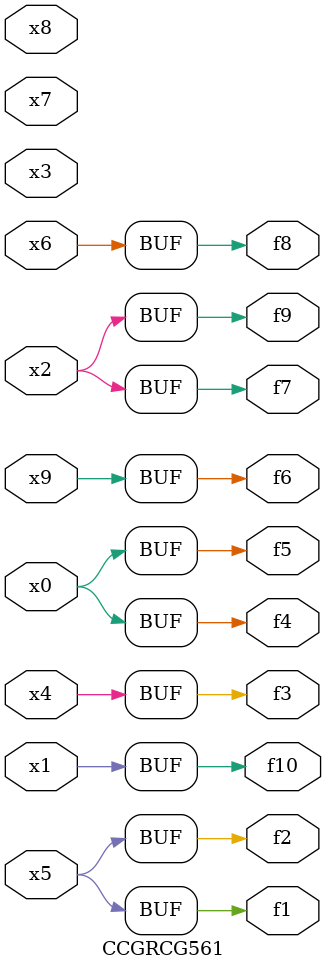
<source format=v>
module CCGRCG561(
	input x0, x1, x2, x3, x4, x5, x6, x7, x8, x9,
	output f1, f2, f3, f4, f5, f6, f7, f8, f9, f10
);
	assign f1 = x5;
	assign f2 = x5;
	assign f3 = x4;
	assign f4 = x0;
	assign f5 = x0;
	assign f6 = x9;
	assign f7 = x2;
	assign f8 = x6;
	assign f9 = x2;
	assign f10 = x1;
endmodule

</source>
